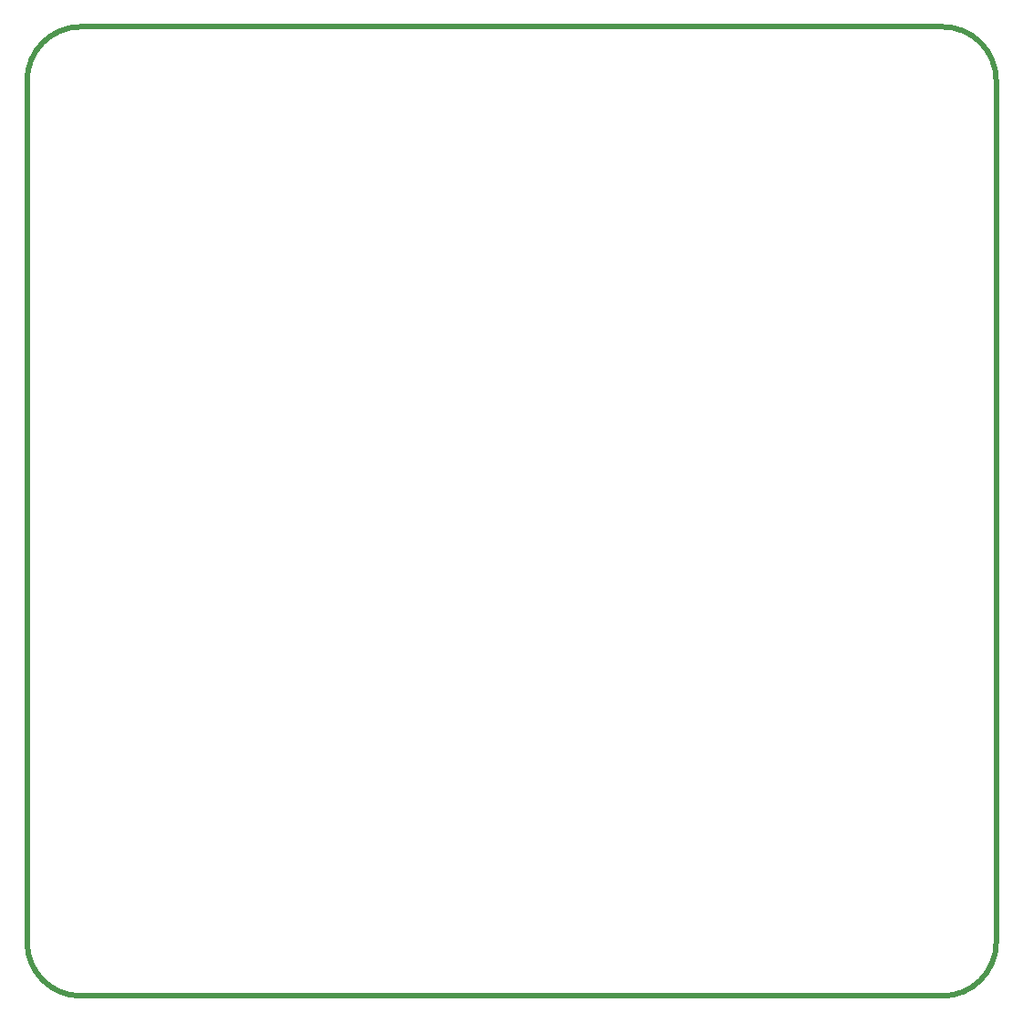
<source format=gbr>
%TF.GenerationSoftware,KiCad,Pcbnew,(6.0.7)*%
%TF.CreationDate,2022-11-08T16:58:00+08:00*%
%TF.ProjectId,main,6d61696e-2e6b-4696-9361-645f70636258,rev?*%
%TF.SameCoordinates,Original*%
%TF.FileFunction,Profile,NP*%
%FSLAX46Y46*%
G04 Gerber Fmt 4.6, Leading zero omitted, Abs format (unit mm)*
G04 Created by KiCad (PCBNEW (6.0.7)) date 2022-11-08 16:58:00*
%MOMM*%
%LPD*%
G01*
G04 APERTURE LIST*
%TA.AperFunction,Profile*%
%ADD10C,0.500000*%
%TD*%
G04 APERTURE END LIST*
D10*
X25000000Y-110000000D02*
G75*
G03*
X30000000Y-115000000I5000000J0D01*
G01*
X110000000Y-115000000D02*
G75*
G03*
X115000000Y-110000000I0J5000000D01*
G01*
X115000000Y-30000000D02*
X115000000Y-110000000D01*
X30000000Y-25000000D02*
G75*
G03*
X25000000Y-30000000I0J-5000000D01*
G01*
X30000000Y-25000000D02*
X110000000Y-25000000D01*
X110000000Y-115000000D02*
X30000000Y-115000000D01*
X25000000Y-110000000D02*
X25000000Y-30000000D01*
X115000000Y-30000000D02*
G75*
G03*
X110000000Y-25000000I-5000000J0D01*
G01*
M02*

</source>
